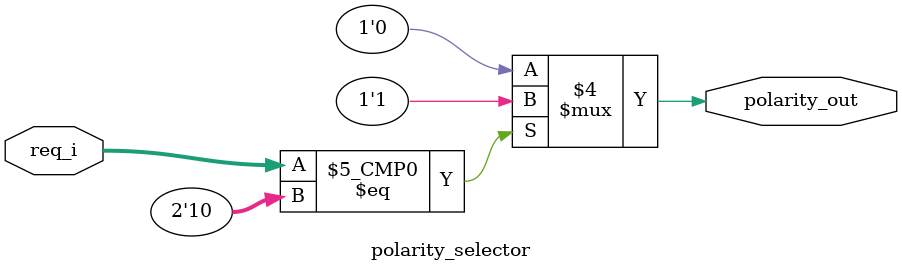
<source format=sv>

module polarity_selector (
    input logic [1:0] req_i  ,   // 2-bit input request signal (req_i)
    output logic polarity_out                  // Output signal (polarity_o) representing the selected polarity
);

 // Determine the polarity (pol_out) based on the request input (req_i)     
	always_comb 
	  begin
        case(req_i)
		     2'b10   :    polarity_out = 1'b1;
			  2'b01   :    polarity_out = 1'b0;
		     default :    polarity_out = 1'b0;
        endcase
	  end	 	 
endmodule

  
  
</source>
